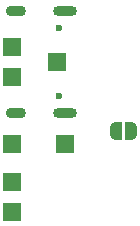
<source format=gbr>
%TF.GenerationSoftware,KiCad,Pcbnew,(6.0.5)*%
%TF.CreationDate,2022-10-09T21:33:59+01:00*%
%TF.ProjectId,PicoDrive,5069636f-4472-4697-9665-2e6b69636164,rev?*%
%TF.SameCoordinates,Original*%
%TF.FileFunction,Soldermask,Bot*%
%TF.FilePolarity,Negative*%
%FSLAX46Y46*%
G04 Gerber Fmt 4.6, Leading zero omitted, Abs format (unit mm)*
G04 Created by KiCad (PCBNEW (6.0.5)) date 2022-10-09 21:33:59*
%MOMM*%
%LPD*%
G01*
G04 APERTURE LIST*
G04 Aperture macros list*
%AMFreePoly0*
4,1,22,0.500000,-0.750000,0.000000,-0.750000,0.000000,-0.745033,-0.079941,-0.743568,-0.215256,-0.701293,-0.333266,-0.622738,-0.424486,-0.514219,-0.481581,-0.384460,-0.499164,-0.250000,-0.500000,-0.250000,-0.500000,0.250000,-0.499164,0.250000,-0.499963,0.256109,-0.478152,0.396186,-0.417904,0.524511,-0.324060,0.630769,-0.204165,0.706417,-0.067858,0.745374,0.000000,0.744959,0.000000,0.750000,
0.500000,0.750000,0.500000,-0.750000,0.500000,-0.750000,$1*%
%AMFreePoly1*
4,1,20,0.000000,0.744959,0.073905,0.744508,0.209726,0.703889,0.328688,0.626782,0.421226,0.519385,0.479903,0.390333,0.500000,0.250000,0.500000,-0.250000,0.499851,-0.262216,0.476331,-0.402017,0.414519,-0.529596,0.319384,-0.634700,0.198574,-0.708877,0.061801,-0.746166,0.000000,-0.745033,0.000000,-0.750000,-0.500000,-0.750000,-0.500000,0.750000,0.000000,0.750000,0.000000,0.744959,
0.000000,0.744959,$1*%
G04 Aperture macros list end*
%ADD10R,1.500000X1.500000*%
%ADD11C,0.600000*%
%ADD12O,2.000000X0.900000*%
%ADD13O,1.700000X0.900000*%
%ADD14FreePoly0,180.000000*%
%ADD15FreePoly1,180.000000*%
G04 APERTURE END LIST*
D10*
%TO.C,TP7*%
X148590000Y-57150000D03*
%TD*%
%TO.C,TP2*%
X144780000Y-69850000D03*
%TD*%
D11*
%TO.C,P1*%
X148770000Y-54260000D03*
X148770000Y-60040000D03*
D12*
X149250000Y-52830000D03*
D13*
X145080000Y-52830000D03*
D12*
X149250000Y-61470000D03*
D13*
X145080000Y-61470000D03*
%TD*%
D10*
%TO.C,TP3*%
X144780000Y-55880000D03*
%TD*%
%TO.C,TP5*%
X144780000Y-64135000D03*
%TD*%
D14*
%TO.C,JP1*%
X154828000Y-62992000D03*
D15*
X153528000Y-62992000D03*
%TD*%
D10*
%TO.C,TP1*%
X144780000Y-67310000D03*
%TD*%
%TO.C,TP4*%
X144780000Y-58420000D03*
%TD*%
%TO.C,TP6*%
X149225000Y-64135000D03*
%TD*%
M02*

</source>
